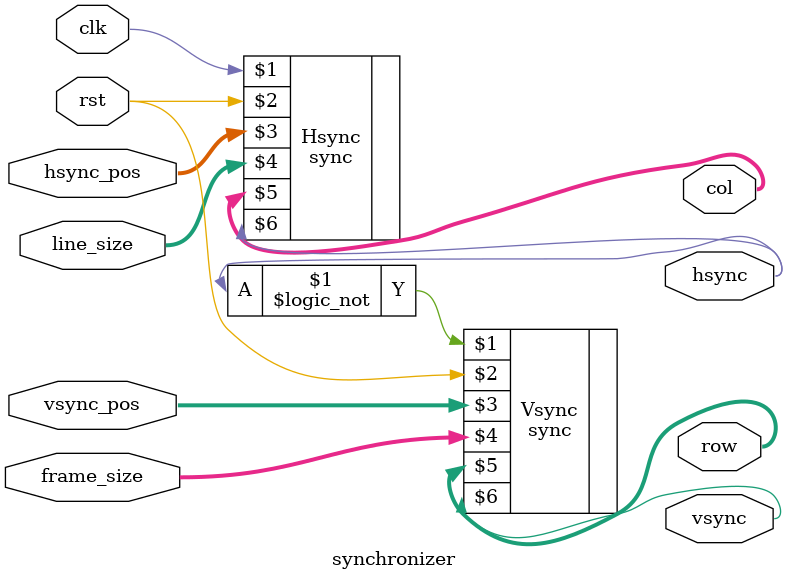
<source format=sv>
module synchronizer #(parameter N=7)
							(input logic clk, rst,
							input logic[N:0] hsync_pos, vsync_pos, line_size, frame_size,
							output logic[N:0] col, row,
							output logic hsync, vsync);

							
							
sync #(N) Hsync(clk, rst, hsync_pos, line_size, col, hsync);

sync #(N) Vsync(!hsync, rst, vsync_pos, frame_size, row, vsync);

endmodule


</source>
